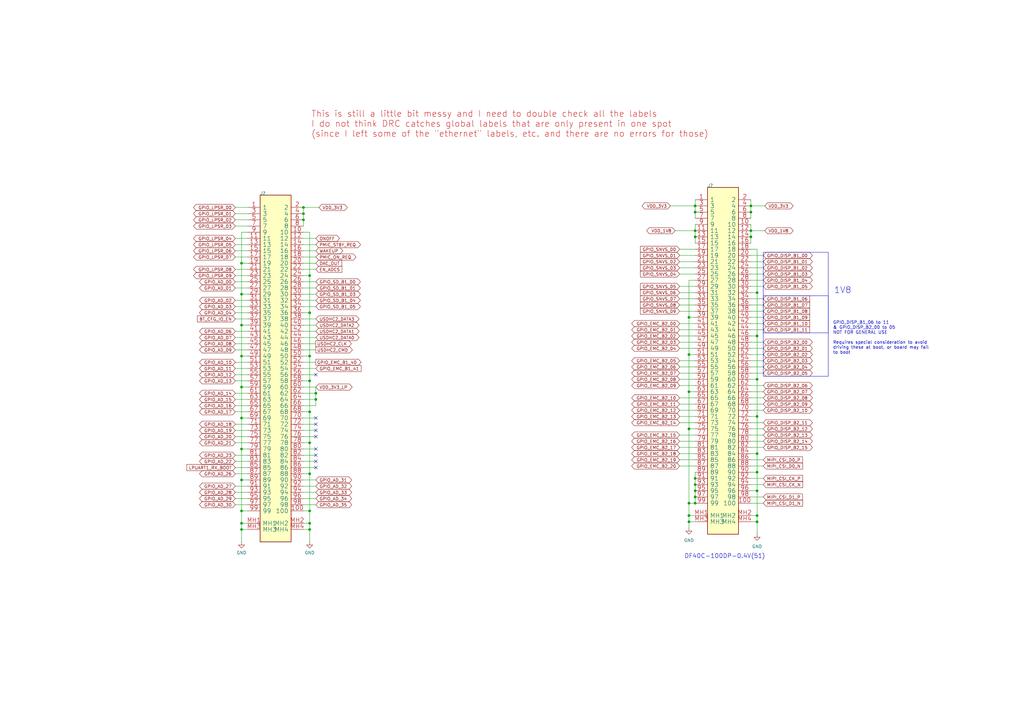
<source format=kicad_sch>
(kicad_sch (version 20230121) (generator eeschema)
  (paper "A3")
  (lib_symbols
    (symbol "adcs:DF40C-100DP-0.4V(51)" (pin_names (offset 1.016))
      (property "Reference" "J8" (at 0 0 0))
      (symbol "DF40C-100DP-0.4V(51)_0_1"
        (rectangle (start 0 0) (end 12.7 -142.24) (stroke (width 0.254)) (fill (type background)))
        (pin passive line (at -5.08 -5.08 0) (length 5.08) (name "1") (number "1"))
        (pin passive line (at 17.78 -15.24 180) (length 5.08) (name "10") (number "10"))
        (pin passive line (at 17.78 -129.54 180) (length 5.08) (name "100") (number "100"))
        (pin passive line (at -5.08 -17.78 0) (length 5.08) (name "11") (number "11"))
        (pin passive line (at 17.78 -17.78 180) (length 5.08) (name "12") (number "12"))
        (pin passive line (at -5.08 -20.32 0) (length 5.08) (name "13") (number "13"))
        (pin passive line (at 17.78 -20.32 180) (length 5.08) (name "14") (number "14"))
        (pin passive line (at -5.08 -22.86 0) (length 5.08) (name "15") (number "15"))
        (pin passive line (at 17.78 -22.86 180) (length 5.08) (name "16") (number "16"))
        (pin passive line (at -5.08 -25.4 0) (length 5.08) (name "17") (number "17"))
        (pin passive line (at 17.78 -25.4 180) (length 5.08) (name "18") (number "18"))
        (pin passive line (at -5.08 -27.94 0) (length 5.08) (name "19") (number "19"))
        (pin passive line (at 17.78 -5.08 180) (length 5.08) (name "2") (number "2"))
        (pin passive line (at 17.78 -27.94 180) (length 5.08) (name "20") (number "20"))
        (pin passive line (at -5.08 -30.48 0) (length 5.08) (name "21") (number "21"))
        (pin passive line (at 17.78 -30.48 180) (length 5.08) (name "22") (number "22"))
        (pin passive line (at -5.08 -33.02 0) (length 5.08) (name "23") (number "23"))
        (pin passive line (at 17.78 -33.02 180) (length 5.08) (name "24") (number "24"))
        (pin passive line (at -5.08 -35.56 0) (length 5.08) (name "25") (number "25"))
        (pin passive line (at 17.78 -35.56 180) (length 5.08) (name "26") (number "26"))
        (pin passive line (at -5.08 -38.1 0) (length 5.08) (name "27") (number "27"))
        (pin passive line (at 17.78 -38.1 180) (length 5.08) (name "28") (number "28"))
        (pin passive line (at -5.08 -40.64 0) (length 5.08) (name "29") (number "29"))
        (pin passive line (at -5.08 -7.62 0) (length 5.08) (name "3") (number "3"))
        (pin passive line (at 17.78 -40.64 180) (length 5.08) (name "30") (number "30"))
        (pin passive line (at -5.08 -43.18 0) (length 5.08) (name "31") (number "31"))
        (pin passive line (at 17.78 -43.18 180) (length 5.08) (name "32") (number "32"))
        (pin passive line (at -5.08 -45.72 0) (length 5.08) (name "33") (number "33"))
        (pin passive line (at 17.78 -45.72 180) (length 5.08) (name "34") (number "34"))
        (pin passive line (at -5.08 -48.26 0) (length 5.08) (name "35") (number "35"))
        (pin passive line (at 17.78 -48.26 180) (length 5.08) (name "36") (number "36"))
        (pin passive line (at -5.08 -50.8 0) (length 5.08) (name "37") (number "37"))
        (pin passive line (at 17.78 -50.8 180) (length 5.08) (name "38") (number "38"))
        (pin passive line (at -5.08 -53.34 0) (length 5.08) (name "39") (number "39"))
        (pin passive line (at 17.78 -7.62 180) (length 5.08) (name "4") (number "4"))
        (pin passive line (at 17.78 -53.34 180) (length 5.08) (name "40") (number "40"))
        (pin passive line (at -5.08 -55.88 0) (length 5.08) (name "41") (number "41"))
        (pin passive line (at 17.78 -55.88 180) (length 5.08) (name "42") (number "42"))
        (pin passive line (at -5.08 -58.42 0) (length 5.08) (name "43") (number "43"))
        (pin passive line (at 17.78 -58.42 180) (length 5.08) (name "44") (number "44"))
        (pin passive line (at -5.08 -60.96 0) (length 5.08) (name "45") (number "45"))
        (pin passive line (at 17.78 -60.96 180) (length 5.08) (name "46") (number "46"))
        (pin passive line (at -5.08 -63.5 0) (length 5.08) (name "47") (number "47"))
        (pin passive line (at 17.78 -63.5 180) (length 5.08) (name "48") (number "48"))
        (pin passive line (at -5.08 -66.04 0) (length 5.08) (name "49") (number "49"))
        (pin passive line (at -5.08 -10.16 0) (length 5.08) (name "5") (number "5"))
        (pin passive line (at 17.78 -66.04 180) (length 5.08) (name "50") (number "50"))
        (pin passive line (at -5.08 -68.58 0) (length 5.08) (name "51") (number "51"))
        (pin passive line (at 17.78 -68.58 180) (length 5.08) (name "52") (number "52"))
        (pin passive line (at -5.08 -71.12 0) (length 5.08) (name "53") (number "53"))
        (pin passive line (at 17.78 -71.12 180) (length 5.08) (name "54") (number "54"))
        (pin passive line (at -5.08 -73.66 0) (length 5.08) (name "55") (number "55"))
        (pin passive line (at 17.78 -73.66 180) (length 5.08) (name "56") (number "56"))
        (pin passive line (at -5.08 -76.2 0) (length 5.08) (name "57") (number "57"))
        (pin passive line (at 17.78 -76.2 180) (length 5.08) (name "58") (number "58"))
        (pin passive line (at -5.08 -78.74 0) (length 5.08) (name "59") (number "59"))
        (pin passive line (at 17.78 -10.16 180) (length 5.08) (name "6") (number "6"))
        (pin passive line (at 17.78 -78.74 180) (length 5.08) (name "60") (number "60"))
        (pin passive line (at -5.08 -81.28 0) (length 5.08) (name "61") (number "61"))
        (pin passive line (at 17.78 -81.28 180) (length 5.08) (name "62") (number "62"))
        (pin passive line (at -5.08 -83.82 0) (length 5.08) (name "63") (number "63"))
        (pin passive line (at 17.78 -83.82 180) (length 5.08) (name "64") (number "64"))
        (pin passive line (at -5.08 -86.36 0) (length 5.08) (name "65") (number "65"))
        (pin passive line (at 17.78 -86.36 180) (length 5.08) (name "66") (number "66"))
        (pin passive line (at -5.08 -88.9 0) (length 5.08) (name "67") (number "67"))
        (pin passive line (at 17.78 -88.9 180) (length 5.08) (name "68") (number "68"))
        (pin passive line (at -5.08 -91.44 0) (length 5.08) (name "69") (number "69"))
        (pin passive line (at -5.08 -12.7 0) (length 5.08) (name "7") (number "7"))
        (pin passive line (at 17.78 -91.44 180) (length 5.08) (name "70") (number "70"))
        (pin passive line (at -5.08 -93.98 0) (length 5.08) (name "71") (number "71"))
        (pin passive line (at 17.78 -93.98 180) (length 5.08) (name "72") (number "72"))
        (pin passive line (at -5.08 -96.52 0) (length 5.08) (name "73") (number "73"))
        (pin passive line (at 17.78 -96.52 180) (length 5.08) (name "74") (number "74"))
        (pin passive line (at -5.08 -99.06 0) (length 5.08) (name "75") (number "75"))
        (pin passive line (at 17.78 -99.06 180) (length 5.08) (name "76") (number "76"))
        (pin passive line (at -5.08 -101.6 0) (length 5.08) (name "77") (number "77"))
        (pin passive line (at 17.78 -101.6 180) (length 5.08) (name "78") (number "78"))
        (pin passive line (at -5.08 -104.14 0) (length 5.08) (name "79") (number "79"))
        (pin passive line (at 17.78 -12.7 180) (length 5.08) (name "8") (number "8"))
        (pin passive line (at 17.78 -104.14 180) (length 5.08) (name "80") (number "80"))
        (pin passive line (at -5.08 -106.68 0) (length 5.08) (name "81") (number "81"))
        (pin passive line (at 17.78 -106.68 180) (length 5.08) (name "82") (number "82"))
        (pin passive line (at -5.08 -109.22 0) (length 5.08) (name "83") (number "83"))
        (pin passive line (at 17.78 -109.22 180) (length 5.08) (name "84") (number "84"))
        (pin passive line (at -5.08 -111.76 0) (length 5.08) (name "85") (number "85"))
        (pin passive line (at 17.78 -111.76 180) (length 5.08) (name "86") (number "86"))
        (pin passive line (at -5.08 -114.3 0) (length 5.08) (name "87") (number "87"))
        (pin passive line (at 17.78 -114.3 180) (length 5.08) (name "88") (number "88"))
        (pin passive line (at -5.08 -116.84 0) (length 5.08) (name "89") (number "89"))
        (pin passive line (at -5.08 -15.24 0) (length 5.08) (name "9") (number "9"))
        (pin passive line (at 17.78 -116.84 180) (length 5.08) (name "90") (number "90"))
        (pin passive line (at -5.08 -119.38 0) (length 5.08) (name "91") (number "91"))
        (pin passive line (at 17.78 -119.38 180) (length 5.08) (name "92") (number "92"))
        (pin passive line (at -5.08 -121.92 0) (length 5.08) (name "93") (number "93"))
        (pin passive line (at 17.78 -121.92 180) (length 5.08) (name "94") (number "94"))
        (pin passive line (at -5.08 -124.46 0) (length 5.08) (name "95") (number "95"))
        (pin passive line (at 17.78 -124.46 180) (length 5.08) (name "96") (number "96"))
        (pin passive line (at -5.08 -127 0) (length 5.08) (name "97") (number "97"))
        (pin passive line (at 17.78 -127 180) (length 5.08) (name "98") (number "98"))
        (pin passive line (at -5.08 -129.54 0) (length 5.08) (name "99") (number "99"))
        (pin passive line (at -5.08 -134.62 0) (length 5.08) (name "MH1") (number "MH1"))
        (pin passive line (at 17.78 -134.62 180) (length 5.08) (name "MH2") (number "MH2"))
        (pin passive line (at -5.08 -137.16 0) (length 5.08) (name "MH3") (number "MH3"))
        (pin passive line (at 17.78 -137.16 180) (length 5.08) (name "MH4") (number "MH4"))
      )
    )
    (symbol "power:GND" (power) (pin_names (offset 0))
      (property "Value" "GND" (at 0 -3.81 0))
      (symbol "GND_0_1"
        (polyline (pts (xy 0 0) (xy 0 -1.27) (xy 1.27 -1.27) (xy 0 -2.54) (xy -1.27 -1.27) (xy 0 -1.27)))
      )
      (symbol "GND_1_1"
        (pin power_in line (at 0 0 270) (length 0) hide (name "GND") (number "1"))
      )
    )
  )
  (junction (at 127 214.63))
  (junction (at 129.54 161.29))
  (junction (at 282.575 130.175))
  (junction (at 124.46 90.17))
  (junction (at 285.115 201.295))
  (junction (at 310.515 186.055))
  (junction (at 285.115 198.755))
  (junction (at 307.975 94.615))
  (junction (at 285.115 97.155))
  (junction (at 307.975 86.995))
  (junction (at 310.515 137.795))
  (junction (at 285.115 94.615))
  (junction (at 127 209.55))
  (junction (at 282.575 213.995))
  (junction (at 127 181.61))
  (junction (at 99.06 158.75))
  (junction (at 285.115 206.375))
  (junction (at 282.575 175.895))
  (junction (at 124.46 87.63))
  (junction (at 285.115 86.995))
  (junction (at 310.515 213.995))
  (junction (at 310.515 193.675))
  (junction (at 99.06 209.55))
  (junction (at 99.06 214.63))
  (junction (at 127 113.03))
  (junction (at 99.06 146.05))
  (junction (at 127 146.05))
  (junction (at 127 128.27))
  (junction (at 285.115 203.835))
  (junction (at 282.575 206.375))
  (junction (at 99.06 120.65))
  (junction (at 282.575 145.415))
  (junction (at 99.06 217.17))
  (junction (at 285.115 196.215))
  (junction (at 127 217.17))
  (junction (at 285.115 84.455))
  (junction (at 127 194.31))
  (junction (at 124.46 85.09))
  (junction (at 99.06 133.35))
  (junction (at 282.575 211.455))
  (junction (at 129.54 163.83))
  (junction (at 282.575 160.655))
  (junction (at 127 168.91))
  (junction (at 99.06 184.15))
  (junction (at 307.975 97.155))
  (junction (at 99.06 196.85))
  (junction (at 310.515 155.575))
  (junction (at 310.515 211.455))
  (junction (at 310.515 170.815))
  (junction (at 310.515 201.295))
  (junction (at 307.975 84.455))
  (junction (at 127 156.21))
  (junction (at 99.06 171.45))
  (junction (at 310.515 120.015))
  (junction (at 99.06 107.95))
  (no_connect (at 129.54 171.45))
  (no_connect (at 129.54 184.15))
  (no_connect (at 129.54 186.69))
  (no_connect (at 129.54 176.53))
  (no_connect (at 129.54 153.67))
  (no_connect (at 129.54 173.99))
  (no_connect (at 129.54 191.77))
  (no_connect (at 129.54 189.23))
  (no_connect (at 129.54 179.07))
  (wire (pts (xy 307.975 186.055) (xy 310.515 186.055)))
  (wire (pts (xy 99.06 158.75) (xy 101.6 158.75)))
  (wire (pts (xy 282.575 145.415) (xy 282.575 160.655)))
  (wire (pts (xy 99.06 107.95) (xy 99.06 120.65)))
  (wire (pts (xy 278.765 137.795) (xy 285.115 137.795)))
  (wire (pts (xy 96.52 207.01) (xy 101.6 207.01)))
  (wire (pts (xy 310.515 186.055) (xy 310.515 193.675)))
  (wire (pts (xy 129.54 105.41) (xy 124.46 105.41)))
  (wire (pts (xy 307.975 94.615) (xy 307.975 97.155)))
  (wire (pts (xy 307.975 137.795) (xy 310.515 137.795)))
  (wire (pts (xy 127 146.05) (xy 127 156.21)))
  (wire (pts (xy 127 217.17) (xy 124.46 217.17)))
  (wire (pts (xy 278.765 168.275) (xy 285.115 168.275)))
  (wire (pts (xy 129.54 133.35) (xy 124.46 133.35)))
  (wire (pts (xy 313.055 117.475) (xy 307.975 117.475)))
  (wire (pts (xy 99.06 95.25) (xy 99.06 107.95)))
  (wire (pts (xy 307.975 198.755) (xy 313.055 198.755)))
  (wire (pts (xy 129.54 186.69) (xy 124.46 186.69)))
  (wire (pts (xy 99.06 171.45) (xy 101.6 171.45)))
  (wire (pts (xy 282.575 175.895) (xy 282.575 206.375)))
  (wire (pts (xy 124.46 87.63) (xy 124.46 90.17)))
  (wire (pts (xy 124.46 156.21) (xy 127 156.21)))
  (wire (pts (xy 99.06 133.35) (xy 101.6 133.35)))
  (wire (pts (xy 96.52 105.41) (xy 101.6 105.41)))
  (wire (pts (xy 96.52 191.77) (xy 101.6 191.77)))
  (wire (pts (xy 96.52 151.13) (xy 101.6 151.13)))
  (wire (pts (xy 129.54 173.99) (xy 124.46 173.99)))
  (wire (pts (xy 129.54 107.95) (xy 124.46 107.95)))
  (wire (pts (xy 313.055 163.195) (xy 307.975 163.195)))
  (wire (pts (xy 278.765 120.015) (xy 285.115 120.015)))
  (wire (pts (xy 313.055 142.875) (xy 307.975 142.875)))
  (wire (pts (xy 313.055 165.735) (xy 307.975 165.735)))
  (wire (pts (xy 285.115 97.155) (xy 285.115 99.695)))
  (wire (pts (xy 282.575 211.455) (xy 282.575 213.995)))
  (wire (pts (xy 313.055 160.655) (xy 307.975 160.655)))
  (wire (pts (xy 307.975 206.375) (xy 313.055 206.375)))
  (wire (pts (xy 129.54 123.19) (xy 124.46 123.19)))
  (wire (pts (xy 313.055 114.935) (xy 307.975 114.935)))
  (wire (pts (xy 96.52 123.19) (xy 101.6 123.19)))
  (wire (pts (xy 313.055 145.415) (xy 307.975 145.415)))
  (wire (pts (xy 99.06 158.75) (xy 99.06 171.45)))
  (wire (pts (xy 278.765 132.715) (xy 285.115 132.715)))
  (wire (pts (xy 127 214.63) (xy 127 217.17)))
  (wire (pts (xy 127 222.25) (xy 127 217.17)))
  (wire (pts (xy 96.52 201.93) (xy 101.6 201.93)))
  (wire (pts (xy 278.765 107.315) (xy 285.115 107.315)))
  (wire (pts (xy 101.6 107.95) (xy 99.06 107.95)))
  (wire (pts (xy 285.115 84.455) (xy 285.115 86.995)))
  (wire (pts (xy 307.975 170.815) (xy 310.515 170.815)))
  (wire (pts (xy 278.765 188.595) (xy 285.115 188.595)))
  (wire (pts (xy 129.54 102.87) (xy 124.46 102.87)))
  (wire (pts (xy 99.06 120.65) (xy 99.06 133.35)))
  (wire (pts (xy 307.975 120.015) (xy 310.515 120.015)))
  (wire (pts (xy 313.055 168.275) (xy 307.975 168.275)))
  (wire (pts (xy 129.54 166.37) (xy 124.46 166.37)))
  (wire (pts (xy 124.46 146.05) (xy 127 146.05)))
  (wire (pts (xy 285.115 203.835) (xy 285.115 206.375)))
  (wire (pts (xy 96.52 100.33) (xy 101.6 100.33)))
  (wire (pts (xy 96.52 128.27) (xy 101.6 128.27)))
  (wire (pts (xy 124.46 209.55) (xy 127 209.55)))
  (wire (pts (xy 96.52 204.47) (xy 101.6 204.47)))
  (wire (pts (xy 313.055 153.035) (xy 307.975 153.035)))
  (wire (pts (xy 313.055 132.715) (xy 307.975 132.715)))
  (wire (pts (xy 96.52 163.83) (xy 101.6 163.83)))
  (wire (pts (xy 96.52 194.31) (xy 101.6 194.31)))
  (wire (pts (xy 282.575 206.375) (xy 285.115 206.375)))
  (wire (pts (xy 129.54 115.57) (xy 124.46 115.57)))
  (wire (pts (xy 278.765 127.635) (xy 285.115 127.635)))
  (wire (pts (xy 307.975 188.595) (xy 313.055 188.595)))
  (wire (pts (xy 129.54 153.67) (xy 124.46 153.67)))
  (wire (pts (xy 285.115 160.655) (xy 282.575 160.655)))
  (wire (pts (xy 278.765 158.115) (xy 285.115 158.115)))
  (wire (pts (xy 96.52 87.63) (xy 101.6 87.63)))
  (wire (pts (xy 96.52 148.59) (xy 101.6 148.59)))
  (wire (pts (xy 278.765 117.475) (xy 285.115 117.475)))
  (wire (pts (xy 129.54 176.53) (xy 124.46 176.53)))
  (wire (pts (xy 282.575 114.935) (xy 282.575 130.175)))
  (wire (pts (xy 310.515 193.675) (xy 310.515 201.295)))
  (wire (pts (xy 129.54 158.75) (xy 129.54 161.29)))
  (wire (pts (xy 129.54 120.65) (xy 124.46 120.65)))
  (wire (pts (xy 278.765 150.495) (xy 285.115 150.495)))
  (wire (pts (xy 310.515 211.455) (xy 310.515 213.995)))
  (wire (pts (xy 124.46 128.27) (xy 127 128.27)))
  (wire (pts (xy 313.055 140.335) (xy 307.975 140.335)))
  (wire (pts (xy 96.52 102.87) (xy 101.6 102.87)))
  (wire (pts (xy 310.515 102.235) (xy 310.515 120.015)))
  (wire (pts (xy 127 128.27) (xy 127 146.05)))
  (wire (pts (xy 307.975 86.995) (xy 307.975 89.535)))
  (wire (pts (xy 127 95.25) (xy 127 113.03)))
  (wire (pts (xy 278.765 147.955) (xy 285.115 147.955)))
  (wire (pts (xy 129.54 158.75) (xy 124.46 158.75)))
  (wire (pts (xy 278.765 125.095) (xy 285.115 125.095)))
  (wire (pts (xy 285.115 86.995) (xy 285.115 89.535)))
  (wire (pts (xy 99.06 146.05) (xy 101.6 146.05)))
  (wire (pts (xy 307.975 97.155) (xy 307.975 99.695)))
  (wire (pts (xy 129.54 148.59) (xy 124.46 148.59)))
  (wire (pts (xy 96.52 125.73) (xy 101.6 125.73)))
  (wire (pts (xy 310.515 211.455) (xy 307.975 211.455)))
  (wire (pts (xy 129.54 100.33) (xy 124.46 100.33)))
  (wire (pts (xy 96.52 179.07) (xy 101.6 179.07)))
  (wire (pts (xy 278.765 163.195) (xy 285.115 163.195)))
  (wire (pts (xy 129.54 201.93) (xy 124.46 201.93)))
  (wire (pts (xy 307.975 201.295) (xy 310.515 201.295)))
  (wire (pts (xy 278.765 135.255) (xy 285.115 135.255)))
  (wire (pts (xy 278.765 191.135) (xy 285.115 191.135)))
  (wire (pts (xy 313.055 127.635) (xy 307.975 127.635)))
  (wire (pts (xy 129.54 97.79) (xy 124.46 97.79)))
  (wire (pts (xy 313.055 135.255) (xy 307.975 135.255)))
  (wire (pts (xy 313.055 175.895) (xy 307.975 175.895)))
  (wire (pts (xy 310.515 213.995) (xy 307.975 213.995)))
  (wire (pts (xy 96.52 143.51) (xy 101.6 143.51)))
  (wire (pts (xy 124.46 85.09) (xy 124.46 87.63)))
  (wire (pts (xy 313.055 112.395) (xy 307.975 112.395)))
  (wire (pts (xy 99.06 196.85) (xy 101.6 196.85)))
  (wire (pts (xy 313.055 125.095) (xy 307.975 125.095)))
  (wire (pts (xy 310.515 201.295) (xy 310.515 211.455)))
  (wire (pts (xy 99.06 222.25) (xy 99.06 217.17)))
  (wire (pts (xy 310.515 170.815) (xy 310.515 186.055)))
  (wire (pts (xy 282.575 130.175) (xy 282.575 145.415)))
  (wire (pts (xy 307.975 102.235) (xy 310.515 102.235)))
  (wire (pts (xy 276.86 94.615) (xy 285.115 94.615)))
  (wire (pts (xy 129.54 138.43) (xy 124.46 138.43)))
  (wire (pts (xy 96.52 168.91) (xy 101.6 168.91)))
  (wire (pts (xy 307.975 203.835) (xy 313.055 203.835)))
  (wire (pts (xy 278.765 104.775) (xy 285.115 104.775)))
  (wire (pts (xy 278.765 173.355) (xy 285.115 173.355)))
  (wire (pts (xy 313.055 122.555) (xy 307.975 122.555)))
  (wire (pts (xy 96.52 199.39) (xy 101.6 199.39)))
  (wire (pts (xy 313.055 104.775) (xy 307.975 104.775)))
  (wire (pts (xy 278.765 186.055) (xy 285.115 186.055)))
  (wire (pts (xy 307.975 193.675) (xy 310.515 193.675)))
  (wire (pts (xy 313.055 130.175) (xy 307.975 130.175)))
  (wire (pts (xy 99.06 184.15) (xy 101.6 184.15)))
  (wire (pts (xy 278.765 109.855) (xy 285.115 109.855)))
  (wire (pts (xy 313.055 178.435) (xy 307.975 178.435)))
  (wire (pts (xy 313.055 173.355) (xy 307.975 173.355)))
  (wire (pts (xy 313.055 147.955) (xy 307.975 147.955)))
  (wire (pts (xy 129.54 163.83) (xy 124.46 163.83)))
  (wire (pts (xy 313.055 107.315) (xy 307.975 107.315)))
  (wire (pts (xy 285.115 114.935) (xy 282.575 114.935)))
  (wire (pts (xy 99.06 209.55) (xy 99.06 214.63)))
  (wire (pts (xy 127 156.21) (xy 127 168.91)))
  (wire (pts (xy 96.52 135.89) (xy 101.6 135.89)))
  (wire (pts (xy 96.52 113.03) (xy 101.6 113.03)))
  (wire (pts (xy 285.115 92.075) (xy 285.115 94.615)))
  (wire (pts (xy 285.115 193.675) (xy 285.115 196.215)))
  (wire (pts (xy 129.54 196.85) (xy 124.46 196.85)))
  (wire (pts (xy 127 214.63) (xy 124.46 214.63)))
  (wire (pts (xy 313.055 158.115) (xy 307.975 158.115)))
  (wire (pts (xy 124.46 143.51) (xy 129.54 143.51)))
  (wire (pts (xy 282.575 175.895) (xy 285.115 175.895)))
  (wire (pts (xy 282.575 213.995) (xy 282.575 216.535)))
  (wire (pts (xy 96.52 181.61) (xy 101.6 181.61)))
  (wire (pts (xy 96.52 156.21) (xy 101.6 156.21)))
  (wire (pts (xy 124.46 194.31) (xy 127 194.31)))
  (wire (pts (xy 310.515 213.995) (xy 310.515 219.075)))
  (wire (pts (xy 127 209.55) (xy 127 214.63)))
  (wire (pts (xy 129.54 199.39) (xy 124.46 199.39)))
  (wire (pts (xy 96.52 90.17) (xy 101.6 90.17)))
  (wire (pts (xy 129.54 207.01) (xy 124.46 207.01)))
  (wire (pts (xy 96.52 153.67) (xy 101.6 153.67)))
  (wire (pts (xy 278.765 153.035) (xy 285.115 153.035)))
  (wire (pts (xy 96.52 130.81) (xy 101.6 130.81)))
  (wire (pts (xy 285.115 201.295) (xy 285.115 203.835)))
  (wire (pts (xy 96.52 118.11) (xy 101.6 118.11)))
  (wire (pts (xy 282.575 130.175) (xy 285.115 130.175)))
  (wire (pts (xy 129.54 189.23) (xy 124.46 189.23)))
  (wire (pts (xy 99.06 217.17) (xy 101.6 217.17)))
  (wire (pts (xy 307.975 155.575) (xy 310.515 155.575)))
  (wire (pts (xy 99.06 171.45) (xy 99.06 184.15)))
  (wire (pts (xy 285.115 213.995) (xy 282.575 213.995)))
  (wire (pts (xy 99.06 184.15) (xy 99.06 196.85)))
  (wire (pts (xy 99.06 209.55) (xy 101.6 209.55)))
  (wire (pts (xy 96.52 138.43) (xy 101.6 138.43)))
  (wire (pts (xy 101.6 95.25) (xy 99.06 95.25)))
  (wire (pts (xy 96.52 97.79) (xy 101.6 97.79)))
  (wire (pts (xy 285.115 94.615) (xy 285.115 97.155)))
  (wire (pts (xy 307.975 92.075) (xy 307.975 94.615)))
  (wire (pts (xy 124.46 90.17) (xy 124.46 92.71)))
  (wire (pts (xy 96.52 110.49) (xy 101.6 110.49)))
  (wire (pts (xy 129.54 151.13) (xy 124.46 151.13)))
  (wire (pts (xy 129.54 135.89) (xy 124.46 135.89)))
  (wire (pts (xy 96.52 176.53) (xy 101.6 176.53)))
  (wire (pts (xy 127 181.61) (xy 127 194.31)))
  (wire (pts (xy 124.46 181.61) (xy 127 181.61)))
  (wire (pts (xy 124.46 168.91) (xy 127 168.91)))
  (wire (pts (xy 278.765 112.395) (xy 285.115 112.395)))
  (wire (pts (xy 278.765 180.975) (xy 285.115 180.975)))
  (wire (pts (xy 99.06 214.63) (xy 101.6 214.63)))
  (wire (pts (xy 278.765 183.515) (xy 285.115 183.515)))
  (wire (pts (xy 129.54 130.81) (xy 124.46 130.81)))
  (wire (pts (xy 307.975 191.135) (xy 313.055 191.135)))
  (wire (pts (xy 124.46 110.49) (xy 129.54 110.49)))
  (wire (pts (xy 124.46 125.73) (xy 129.54 125.73)))
  (wire (pts (xy 96.52 189.23) (xy 101.6 189.23)))
  (wire (pts (xy 96.52 166.37) (xy 101.6 166.37)))
  (wire (pts (xy 307.975 84.455) (xy 307.975 86.995)))
  (wire (pts (xy 124.46 113.03) (xy 127 113.03)))
  (wire (pts (xy 129.54 118.11) (xy 124.46 118.11)))
  (wire (pts (xy 274.955 84.455) (xy 285.115 84.455)))
  (wire (pts (xy 129.54 161.29) (xy 124.46 161.29)))
  (wire (pts (xy 127 113.03) (xy 127 128.27)))
  (wire (pts (xy 129.54 171.45) (xy 124.46 171.45)))
  (wire (pts (xy 282.575 145.415) (xy 285.115 145.415)))
  (wire (pts (xy 96.52 115.57) (xy 101.6 115.57)))
  (wire (pts (xy 282.575 211.455) (xy 285.115 211.455)))
  (wire (pts (xy 278.765 142.875) (xy 285.115 142.875)))
  (wire (pts (xy 282.575 160.655) (xy 282.575 175.895)))
  (wire (pts (xy 278.765 170.815) (xy 285.115 170.815)))
  (wire (pts (xy 278.765 140.335) (xy 285.115 140.335)))
  (wire (pts (xy 285.115 196.215) (xy 285.115 198.755)))
  (wire (pts (xy 129.54 184.15) (xy 124.46 184.15)))
  (wire (pts (xy 127 168.91) (xy 127 181.61)))
  (wire (pts (xy 129.54 204.47) (xy 124.46 204.47)))
  (wire (pts (xy 127 194.31) (xy 127 209.55)))
  (wire (pts (xy 96.52 173.99) (xy 101.6 173.99)))
  (wire (pts (xy 124.46 95.25) (xy 127 95.25)))
  (wire (pts (xy 101.6 120.65) (xy 99.06 120.65)))
  (wire (pts (xy 282.575 206.375) (xy 282.575 211.455)))
  (wire (pts (xy 307.975 94.615) (xy 313.69 94.615)))
  (wire (pts (xy 313.055 180.975) (xy 307.975 180.975)))
  (wire (pts (xy 129.54 140.97) (xy 124.46 140.97)))
  (wire (pts (xy 96.52 161.29) (xy 101.6 161.29)))
  (wire (pts (xy 285.115 198.755) (xy 285.115 201.295)))
  (wire (pts (xy 313.055 150.495) (xy 307.975 150.495)))
  (wire (pts (xy 313.055 183.515) (xy 307.975 183.515)))
  (wire (pts (xy 285.115 81.915) (xy 285.115 84.455)))
  (wire (pts (xy 99.06 217.17) (xy 99.06 214.63)))
  (wire (pts (xy 96.52 186.69) (xy 101.6 186.69)))
  (wire (pts (xy 278.765 178.435) (xy 285.115 178.435)))
  (wire (pts (xy 124.46 85.09) (xy 130.81 85.09)))
  (wire (pts (xy 129.54 163.83) (xy 129.54 166.37)))
  (wire (pts (xy 313.69 84.455) (xy 307.975 84.455)))
  (wire (pts (xy 307.975 81.915) (xy 307.975 84.455)))
  (wire (pts (xy 99.06 196.85) (xy 99.06 209.55)))
  (wire (pts (xy 278.765 102.235) (xy 285.115 102.235)))
  (wire (pts (xy 278.765 122.555) (xy 285.115 122.555)))
  (wire (pts (xy 310.515 137.795) (xy 310.515 155.575)))
  (wire (pts (xy 96.52 140.97) (xy 101.6 140.97)))
  (wire (pts (xy 310.515 120.015) (xy 310.515 137.795)))
  (wire (pts (xy 310.515 155.575) (xy 310.515 170.815)))
  (wire (pts (xy 96.52 85.09) (xy 101.6 85.09)))
  (wire (pts (xy 278.765 155.575) (xy 285.115 155.575)))
  (wire (pts (xy 313.055 109.855) (xy 307.975 109.855)))
  (wire (pts (xy 129.54 191.77) (xy 124.46 191.77)))
  (wire (pts (xy 307.975 196.215) (xy 313.055 196.215)))
  (wire (pts (xy 96.52 92.71) (xy 101.6 92.71)))
  (wire (pts (xy 129.54 179.07) (xy 124.46 179.07)))
  (wire (pts (xy 99.06 133.35) (xy 99.06 146.05)))
  (wire (pts (xy 99.06 146.05) (xy 99.06 158.75)))
  (wire (pts (xy 278.765 165.735) (xy 285.115 165.735)))
  (wire (pts (xy 129.54 161.29) (xy 129.54 163.83)))
  (rectangle (start 313.055 121.285) (end 339.725 154.305))
  (rectangle (start 313.055 103.505) (end 339.725 136.525))
  (text "1V8" (at 349.25 120.65 0) (effects (font (size 2.54 2.54)) (justify right bottom)))
  (text "This is still a little bit messy and I need to double check all the labels\nI do not think DRC catches global labels that are only present in one spot \n(since I left some of the \"ethernet\" labels, etc. and there are no errors for those)" (at 127.635 56.515 0) (effects (font (size 2.54 2.54)) (justify left bottom)))
  (text "GPIO_DISP_B1_06 to 11 \n& GPIO_DISP_B2_00 to 05\nNOT FOR GENERAL USE\n\nRequires special consideration to avoid \ndriving these at boot, or board may fail \nto boot" (at 341.63 145.415 0) (effects (font (size 1.27 1.27)) (justify left bottom)))
  (text "DF40C-100DP-0.4V(51)" (at 280.67 229.235 0) (effects (font (size 1.778 1.778)) (justify left bottom)))
  (global_label "GPIO_AD_29" (shape bidirectional) (at 96.52 204.47 180) (property "Intersheetrefs" "${INTERSHEET_REFS}" (effects hide)))
  (global_label "GPIO_LPSR_06" (shape bidirectional) (at 96.52 102.87 180) (property "Intersheetrefs" "${INTERSHEET_REFS}" (effects hide)))
  (global_label "GPIO_EMC_B2_15" (shape bidirectional) (at 278.765 178.435 180) (property "Intersheetrefs" "${INTERSHEET_REFS}" (effects hide)))
  (global_label "GPIO_DISP_B1_00" (shape bidirectional) (at 313.055 104.775 0) (property "Intersheetrefs" "${INTERSHEET_REFS}" (effects hide)))
  (global_label "GPIO_AD_13" (shape bidirectional) (at 96.52 156.21 180) (property "Intersheetrefs" "${INTERSHEET_REFS}" (effects hide)))
  (global_label "GPIO_SNVS_07" (shape input) (at 278.765 122.555 180) (property "Intersheetrefs" "${INTERSHEET_REFS}" (effects hide)))
  (global_label "GPIO_SD_B1_00" (shape bidirectional) (at 129.54 115.57 0) (property "Intersheetrefs" "${INTERSHEET_REFS}" (effects hide)))
  (global_label "GPIO_AD_04" (shape bidirectional) (at 96.52 128.27 180) (property "Intersheetrefs" "${INTERSHEET_REFS}" (effects hide)))
  (global_label "GPIO_AD_12" (shape bidirectional) (at 96.52 153.67 180) (property "Intersheetrefs" "${INTERSHEET_REFS}" (effects hide)))
  (global_label "USDHC2_CLK" (shape output) (at 129.54 140.97 0) (property "Intersheetrefs" "${INTERSHEET_REFS}" (effects hide)))
  (global_label "GPIO_DISP_B2_03" (shape bidirectional) (at 313.055 147.955 0) (property "Intersheetrefs" "${INTERSHEET_REFS}" (effects hide)))
  (global_label "GPIO_AD_10" (shape bidirectional) (at 96.52 148.59 180) (property "Intersheetrefs" "${INTERSHEET_REFS}" (effects hide)))
  (global_label "WAKEUP" (shape bidirectional) (at 129.54 102.87 0) (property "Intersheetrefs" "${INTERSHEET_REFS}" (effects hide)))
  (global_label "GPIO_AD_27" (shape bidirectional) (at 96.52 199.39 180) (property "Intersheetrefs" "${INTERSHEET_REFS}" (effects hide)))
  (global_label "GPIO_SNVS_00" (shape input) (at 278.765 102.235 180) (property "Intersheetrefs" "${INTERSHEET_REFS}" (effects hide)))
  (global_label "EN_ADCS" (shape input) (at 129.54 110.49 0) (property "Intersheetrefs" "${INTERSHEET_REFS}" (effects hide)))
  (global_label "GPIO_DISP_B2_13" (shape bidirectional) (at 313.055 178.435 0) (property "Intersheetrefs" "${INTERSHEET_REFS}" (effects hide)))
  (global_label "GPIO_AD_26" (shape bidirectional) (at 96.52 194.31 180) (property "Intersheetrefs" "${INTERSHEET_REFS}" (effects hide)))
  (global_label "GPIO_DISP_B1_09" (shape input) (at 313.055 130.175 0) (property "Intersheetrefs" "${INTERSHEET_REFS}" (effects hide)))
  (global_label "GPIO_AD_22" (shape bidirectional) (at 96.52 189.23 180) (property "Intersheetrefs" "${INTERSHEET_REFS}" (effects hide)))
  (global_label "GPIO_EMC_B2_18" (shape bidirectional) (at 278.765 186.055 180) (property "Intersheetrefs" "${INTERSHEET_REFS}" (effects hide)))
  (global_label "GPIO_SD_B1_04" (shape bidirectional) (at 129.54 123.19 0) (property "Intersheetrefs" "${INTERSHEET_REFS}" (effects hide)))
  (global_label "GPIO_LPSR_08" (shape bidirectional) (at 96.52 110.49 180) (property "Intersheetrefs" "${INTERSHEET_REFS}" (effects hide)))
  (global_label "GPIO_DISP_B2_07" (shape bidirectional) (at 313.055 160.655 0) (property "Intersheetrefs" "${INTERSHEET_REFS}" (effects hide)))
  (global_label "BT_CFG_IO_EN" (shape input) (at 96.52 130.81 180) (property "Intersheetrefs" "${INTERSHEET_REFS}" (effects hide)))
  (global_label "GPIO_SD_B1_01" (shape bidirectional) (at 129.54 118.11 0) (property "Intersheetrefs" "${INTERSHEET_REFS}" (effects hide)))
  (global_label "GPIO_AD_35" (shape bidirectional) (at 129.54 207.01 0) (property "Intersheetrefs" "${INTERSHEET_REFS}" (effects hide)))
  (global_label "GPIO_EMC_B2_06" (shape bidirectional) (at 278.765 150.495 180) (property "Intersheetrefs" "${INTERSHEET_REFS}" (effects hide)))
  (global_label "GPIO_DISP_B1_04" (shape bidirectional) (at 313.055 114.935 0) (property "Intersheetrefs" "${INTERSHEET_REFS}" (effects hide)))
  (global_label "GPIO_EMC_B2_08" (shape bidirectional) (at 278.765 155.575 180) (property "Intersheetrefs" "${INTERSHEET_REFS}" (effects hide)))
  (global_label "GPIO_LPSR_03" (shape bidirectional) (at 96.52 92.71 180) (property "Intersheetrefs" "${INTERSHEET_REFS}" (effects hide)))
  (global_label "GPIO_SNVS_02" (shape input) (at 278.765 107.315 180) (property "Intersheetrefs" "${INTERSHEET_REFS}" (effects hide)))
  (global_label "GPIO_AD_28" (shape bidirectional) (at 96.52 201.93 180) (property "Intersheetrefs" "${INTERSHEET_REFS}" (effects hide)))
  (global_label "USDHC2_DATA1" (shape bidirectional) (at 129.54 135.89 0) (property "Intersheetrefs" "${INTERSHEET_REFS}" (effects hide)))
  (global_label "GPIO_EMC_B1_41" (shape input) (at 129.54 151.13 0) (property "Intersheetrefs" "${INTERSHEET_REFS}" (effects hide)))
  (global_label "GPIO_AD_02" (shape bidirectional) (at 96.52 123.19 180) (property "Intersheetrefs" "${INTERSHEET_REFS}" (effects hide)))
  (global_label "GPIO_LPSR_00" (shape bidirectional) (at 96.52 85.09 180) (property "Intersheetrefs" "${INTERSHEET_REFS}" (effects hide)))
  (global_label "GPIO_DISP_B1_10" (shape input) (at 313.055 132.715 0) (property "Intersheetrefs" "${INTERSHEET_REFS}" (effects hide)))
  (global_label "GPIO_EMC_B2_19" (shape bidirectional) (at 278.765 188.595 180) (property "Intersheetrefs" "${INTERSHEET_REFS}" (effects hide)))
  (global_label "GPIO_AD_11" (shape bidirectional) (at 96.52 151.13 180) (property "Intersheetrefs" "${INTERSHEET_REFS}" (effects hide)))
  (global_label "GPIO_AD_03" (shape bidirectional) (at 96.52 125.73 180) (property "Intersheetrefs" "${INTERSHEET_REFS}" (effects hide)))
  (global_label "VDD_3V3" (shape bidirectional) (at 130.81 85.09 0) (property "Intersheetrefs" "${INTERSHEET_REFS}" (effects hide)))
  (global_label "GPIO_EMC_B2_11" (shape bidirectional) (at 278.765 165.735 180) (property "Intersheetrefs" "${INTERSHEET_REFS}" (effects hide)))
  (global_label "PMIC_STBY_REQ" (shape bidirectional) (at 129.54 100.33 0) (property "Intersheetrefs" "${INTERSHEET_REFS}" (effects hide)))
  (global_label "GPIO_AD_31" (shape bidirectional) (at 129.54 196.85 0) (property "Intersheetrefs" "${INTERSHEET_REFS}" (effects hide)))
  (global_label "GPIO_AD_15" (shape bidirectional) (at 96.52 163.83 180) (property "Intersheetrefs" "${INTERSHEET_REFS}" (effects hide)))
  (global_label "GPIO_DISP_B2_00" (shape bidirectional) (at 313.055 140.335 0) (property "Intersheetrefs" "${INTERSHEET_REFS}" (effects hide)))
  (global_label "GPIO_DISP_B2_10" (shape bidirectional) (at 313.055 168.275 0) (property "Intersheetrefs" "${INTERSHEET_REFS}" (effects hide)))
  (global_label "GPIO_AD_17" (shape bidirectional) (at 96.52 168.91 180) (property "Intersheetrefs" "${INTERSHEET_REFS}" (effects hide)))
  (global_label "GPIO_AD_07" (shape bidirectional) (at 96.52 138.43 180) (property "Intersheetrefs" "${INTERSHEET_REFS}" (effects hide)))
  (global_label "GPIO_EMC_B2_07" (shape bidirectional) (at 278.765 153.035 180) (property "Intersheetrefs" "${INTERSHEET_REFS}" (effects hide)))
  (global_label "GPIO_LPSR_09" (shape bidirectional) (at 96.52 113.03 180) (property "Intersheetrefs" "${INTERSHEET_REFS}" (effects hide)))
  (global_label "GPIO_LPSR_05" (shape bidirectional) (at 96.52 100.33 180) (property "Intersheetrefs" "${INTERSHEET_REFS}" (effects hide)))
  (global_label "GPIO_SD_B1_05" (shape bidirectional) (at 129.54 125.73 0) (property "Intersheetrefs" "${INTERSHEET_REFS}" (effects hide)))
  (global_label "GPIO_EMC_B2_14" (shape bidirectional) (at 278.765 173.355 180) (property "Intersheetrefs" "${INTERSHEET_REFS}" (effects hide)))
  (global_label "GPIO_EMC_B2_09" (shape bidirectional) (at 278.765 158.115 180) (property "Intersheetrefs" "${INTERSHEET_REFS}" (effects hide)))
  (global_label "GPIO_AD_19" (shape bidirectional) (at 96.52 176.53 180) (property "Intersheetrefs" "${INTERSHEET_REFS}" (effects hide)))
  (global_label "GPIO_EMC_B2_03" (shape bidirectional) (at 278.765 140.335 180) (property "Intersheetrefs" "${INTERSHEET_REFS}" (effects hide)))
  (global_label "MIPI_CSI_D0_N" (shape input) (at 313.055 191.135 0) (property "Intersheetrefs" "${INTERSHEET_REFS}" (effects hide)))
  (global_label "MIPI_CSI_D0_P" (shape input) (at 313.055 188.595 0) (property "Intersheetrefs" "${INTERSHEET_REFS}" (effects hide)))
  (global_label "GPIO_EMC_B2_12" (shape bidirectional) (at 278.765 168.275 180) (property "Intersheetrefs" "${INTERSHEET_REFS}" (effects hide)))
  (global_label "USDHC2_CMD" (shape output) (at 129.54 143.51 0) (property "Intersheetrefs" "${INTERSHEET_REFS}" (effects hide)))
  (global_label "MIPI_CSI_CK_P" (shape input) (at 313.055 196.215 0) (property "Intersheetrefs" "${INTERSHEET_REFS}" (effects hide)))
  (global_label "GPIO_DISP_B2_12" (shape bidirectional) (at 313.055 175.895 0) (property "Intersheetrefs" "${INTERSHEET_REFS}" (effects hide)))
  (global_label "GPIO_AD_01" (shape bidirectional) (at 96.52 118.11 180) (property "Intersheetrefs" "${INTERSHEET_REFS}" (effects hide)))
  (global_label "GPIO_AD_00" (shape bidirectional) (at 96.52 115.57 180) (property "Intersheetrefs" "${INTERSHEET_REFS}" (effects hide)))
  (global_label "GPIO_DISP_B2_15" (shape bidirectional) (at 313.055 183.515 0) (property "Intersheetrefs" "${INTERSHEET_REFS}" (effects hide)))
  (global_label "GPIO_DISP_B2_09" (shape bidirectional) (at 313.055 165.735 0) (property "Intersheetrefs" "${INTERSHEET_REFS}" (effects hide)))
  (global_label "GPIO_AD_08" (shape bidirectional) (at 96.52 140.97 180) (property "Intersheetrefs" "${INTERSHEET_REFS}" (effects hide)))
  (global_label "GPIO_DISP_B1_01" (shape bidirectional) (at 313.055 107.315 0) (property "Intersheetrefs" "${INTERSHEET_REFS}" (effects hide)))
  (global_label "GPIO_DISP_B1_11" (shape input) (at 313.055 135.255 0) (property "Intersheetrefs" "${INTERSHEET_REFS}" (effects hide)))
  (global_label "GPIO_DISP_B2_11" (shape bidirectional) (at 313.055 173.355 0) (property "Intersheetrefs" "${INTERSHEET_REFS}" (effects hide)))
  (global_label "VDD_3V3" (shape bidirectional) (at 274.955 84.455 180) (property "Intersheetrefs" "${INTERSHEET_REFS}" (effects hide)))
  (global_label "GPIO_DISP_B1_07" (shape input) (at 313.055 125.095 0) (property "Intersheetrefs" "${INTERSHEET_REFS}" (effects hide)))
  (global_label "GPIO_SNVS_04" (shape input) (at 278.765 112.395 180) (property "Intersheetrefs" "${INTERSHEET_REFS}" (effects hide)))
  (global_label "GPIO_AD_23" (shape bidirectional) (at 96.52 186.69 180) (property "Intersheetrefs" "${INTERSHEET_REFS}" (effects hide)))
  (global_label "VDD_1V8" (shape bidirectional) (at 313.69 94.615 0) (property "Intersheetrefs" "${INTERSHEET_REFS}" (effects hide)))
  (global_label "GPIO_SNVS_03" (shape input) (at 278.765 109.855 180) (property "Intersheetrefs" "${INTERSHEET_REFS}" (effects hide)))
  (global_label "GPIO_EMC_B2_17" (shape bidirectional) (at 278.765 183.515 180) (property "Intersheetrefs" "${INTERSHEET_REFS}" (effects hide)))
  (global_label "GPIO_SNVS_06" (shape input) (at 278.765 120.015 180) (property "Intersheetrefs" "${INTERSHEET_REFS}" (effects hide)))
  (global_label "MIPI_CSI_CK_N" (shape input) (at 313.055 198.755 0) (property "Intersheetrefs" "${INTERSHEET_REFS}" (effects hide)))
  (global_label "GPIO_AD_33" (shape bidirectional) (at 129.54 201.93 0) (property "Intersheetrefs" "${INTERSHEET_REFS}" (effects hide)))
  (global_label "GPIO_LPSR_04" (shape bidirectional) (at 96.52 97.79 180) (property "Intersheetrefs" "${INTERSHEET_REFS}" (effects hide)))
  (global_label "GPIO_DISP_B2_06" (shape bidirectional) (at 313.055 158.115 0) (property "Intersheetrefs" "${INTERSHEET_REFS}" (effects hide)))
  (global_label "PMIC_ON_REQ" (shape bidirectional) (at 129.54 105.41 0) (property "Intersheetrefs" "${INTERSHEET_REFS}" (effects hide)))
  (global_label "GPIO_AD_20" (shape bidirectional) (at 96.52 179.07 180) (property "Intersheetrefs" "${INTERSHEET_REFS}" (effects hide)))
  (global_label "VDD_3V3_LP" (shape bidirectional) (at 129.54 158.75 0) (property "Intersheetrefs" "${INTERSHEET_REFS}" (effects hide)))
  (global_label "DAC_OUT" (shape input) (at 129.54 107.95 0) (property "Intersheetrefs" "${INTERSHEET_REFS}" (effects hide)))
  (global_label "GPIO_EMC_B2_10" (shape bidirectional) (at 278.765 163.195 180) (property "Intersheetrefs" "${INTERSHEET_REFS}" (effects hide)))
  (global_label "ONOFF" (shape bidirectional) (at 129.54 97.79 0) (property "Intersheetrefs" "${INTERSHEET_REFS}" (effects hide)))
  (global_label "GPIO_DISP_B1_06" (shape input) (at 313.055 122.555 0) (property "Intersheetrefs" "${INTERSHEET_REFS}" (effects hide)))
  (global_label "GPIO_AD_14" (shape bidirectional) (at 96.52 161.29 180) (property "Intersheetrefs" "${INTERSHEET_REFS}" (effects hide)))
  (global_label "GPIO_AD_32" (shape bidirectional) (at 129.54 199.39 0) (property "Intersheetrefs" "${INTERSHEET_REFS}" (effects hide)))
  (global_label "GPIO_SNVS_08" (shape input) (at 278.765 125.095 180) (property "Intersheetrefs" "${INTERSHEET_REFS}" (effects hide)))
  (global_label "MIPI_CSI_D1_P" (shape input) (at 313.055 203.835 0) (property "Intersheetrefs" "${INTERSHEET_REFS}" (effects hide)))
  (global_label "GPIO_SNVS_09" (shape input) (at 278.765 127.635 180) (property "Intersheetrefs" "${INTERSHEET_REFS}" (effects hide)))
  (global_label "GPIO_AD_30" (shape bidirectional) (at 96.52 207.01 180) (property "Intersheetrefs" "${INTERSHEET_REFS}" (effects hide)))
  (global_label "USDHC2_DATA2" (shape bidirectional) (at 129.54 133.35 0) (property "Intersheetrefs" "${INTERSHEET_REFS}" (effects hide)))
  (global_label "GPIO_DISP_B1_03" (shape bidirectional) (at 313.055 112.395 0) (property "Intersheetrefs" "${INTERSHEET_REFS}" (effects hide)))
  (global_label "GPIO_EMC_B2_20" (shape bidirectional) (at 278.765 191.135 180) (property "Intersheetrefs" "${INTERSHEET_REFS}" (effects hide)))
  (global_label "GPIO_AD_18" (shape bidirectional) (at 96.52 173.99 180) (property "Intersheetrefs" "${INTERSHEET_REFS}" (effects hide)))
  (global_label "GPIO_EMC_B2_13" (shape bidirectional) (at 278.765 170.815 180) (property "Intersheetrefs" "${INTERSHEET_REFS}" (effects hide)))
  (global_label "GPIO_DISP_B1_08" (shape input) (at 313.055 127.635 0) (property "Intersheetrefs" "${INTERSHEET_REFS}" (effects hide)))
  (global_label "GPIO_EMC_B2_02" (shape bidirectional) (at 278.765 137.795 180) (property "Intersheetrefs" "${INTERSHEET_REFS}" (effects hide)))
  (global_label "VDD_1V8" (shape bidirectional) (at 276.86 94.615 180) (property "Intersheetrefs" "${INTERSHEET_REFS}" (effects hide)))
  (global_label "GPIO_DISP_B2_01" (shape bidirectional) (at 313.055 142.875 0) (property "Intersheetrefs" "${INTERSHEET_REFS}" (effects hide)))
  (global_label "LPUART1_RX_BOOT" (shape input) (at 96.52 191.77 180) (property "Intersheetrefs" "${INTERSHEET_REFS}" (effects hide)))
  (global_label "GPIO_EMC_B2_01" (shape bidirectional) (at 278.765 135.255 180) (property "Intersheetrefs" "${INTERSHEET_REFS}" (effects hide)))
  (global_label "GPIO_LPSR_07" (shape bidirectional) (at 96.52 105.41 180) (property "Intersheetrefs" "${INTERSHEET_REFS}" (effects hide)))
  (global_label "GPIO_LPSR_02" (shape bidirectional) (at 96.52 90.17 180) (property "Intersheetrefs" "${INTERSHEET_REFS}" (effects hide)))
  (global_label "GPIO_DISP_B2_04" (shape bidirectional) (at 313.055 150.495 0) (property "Intersheetrefs" "${INTERSHEET_REFS}" (effects hide)))
  (global_label "GPIO_DISP_B2_02" (shape bidirectional) (at 313.055 145.415 0) (property "Intersheetrefs" "${INTERSHEET_REFS}" (effects hide)))
  (global_label "GPIO_AD_21" (shape bidirectional) (at 96.52 181.61 180) (property "Intersheetrefs" "${INTERSHEET_REFS}" (effects hide)))
  (global_label "GPIO_EMC_B2_04" (shape bidirectional) (at 278.765 142.875 180) (property "Intersheetrefs" "${INTERSHEET_REFS}" (effects hide)))
  (global_label "VDD_3V3" (shape bidirectional) (at 313.69 84.455 0) (property "Intersheetrefs" "${INTERSHEET_REFS}" (effects hide)))
  (global_label "GPIO_DISP_B1_05" (shape bidirectional) (at 313.055 117.475 0) (property "Intersheetrefs" "${INTERSHEET_REFS}" (effects hide)))
  (global_label "USDHC2_DATA3" (shape bidirectional) (at 129.54 130.81 0) (property "Intersheetrefs" "${INTERSHEET_REFS}" (effects hide)))
  (global_label "GPIO_SD_B1_03" (shape bidirectional) (at 129.54 120.65 0) (property "Intersheetrefs" "${INTERSHEET_REFS}" (effects hide)))
  (global_label "GPIO_EMC_B2_00" (shape bidirectional) (at 278.765 132.715 180) (property "Intersheetrefs" "${INTERSHEET_REFS}" (effects hide)))
  (global_label "GPIO_EMC_B2_16" (shape bidirectional) (at 278.765 180.975 180) (property "Intersheetrefs" "${INTERSHEET_REFS}" (effects hide)))
  (global_label "GPIO_LPSR_01" (shape bidirectional) (at 96.52 87.63 180) (property "Intersheetrefs" "${INTERSHEET_REFS}" (effects hide)))
  (global_label "GPIO_EMC_B2_05" (shape bidirectional) (at 278.765 147.955 180) (property "Intersheetrefs" "${INTERSHEET_REFS}" (effects hide)))
  (global_label "GPIO_AD_34" (shape bidirectional) (at 129.54 204.47 0) (property "Intersheetrefs" "${INTERSHEET_REFS}" (effects hide)))
  (global_label "GPIO_DISP_B2_05" (shape bidirectional) (at 313.055 153.035 0) (property "Intersheetrefs" "${INTERSHEET_REFS}" (effects hide)))
  (global_label "GPIO_SNVS_05" (shape input) (at 278.765 117.475 180) (property "Intersheetrefs" "${INTERSHEET_REFS}" (effects hide)))
  (global_label "GPIO_DISP_B2_14" (shape bidirectional) (at 313.055 180.975 0) (property "Intersheetrefs" "${INTERSHEET_REFS}" (effects hide)))
  (global_label "GPIO_AD_09" (shape bidirectional) (at 96.52 143.51 180) (property "Intersheetrefs" "${INTERSHEET_REFS}" (effects hide)))
  (global_label "GPIO_EMC_B1_40" (shape output) (at 129.54 148.59 0) (property "Intersheetrefs" "${INTERSHEET_REFS}" (effects hide)))
  (global_label "GPIO_SNVS_01" (shape input) (at 278.765 104.775 180) (property "Intersheetrefs" "${INTERSHEET_REFS}" (effects hide)))
  (global_label "MIPI_CSI_D1_N" (shape input) (at 313.055 206.375 0) (property "Intersheetrefs" "${INTERSHEET_REFS}" (effects hide)))
  (global_label "GPIO_DISP_B1_02" (shape bidirectional) (at 313.055 109.855 0) (property "Intersheetrefs" "${INTERSHEET_REFS}" (effects hide)))
  (global_label "GPIO_DISP_B2_08" (shape bidirectional) (at 313.055 163.195 0) (property "Intersheetrefs" "${INTERSHEET_REFS}" (effects hide)))
  (global_label "USDHC2_DATA0" (shape bidirectional) (at 129.54 138.43 0) (property "Intersheetrefs" "${INTERSHEET_REFS}" (effects hide)))
  (global_label "GPIO_AD_06" (shape bidirectional) (at 96.52 135.89 180) (property "Intersheetrefs" "${INTERSHEET_REFS}" (effects hide)))
  (global_label "GPIO_AD_16" (shape bidirectional) (at 96.52 166.37 180) (property "Intersheetrefs" "${INTERSHEET_REFS}" (effects hide)))
  (symbol (lib_id "power:GND") (at 99.06 222.25 0) (unit 1)
    (property "Reference" "#PWR?" (effects hide))
    (property "Value" "GND" (at 99.06 226.695 0))
    (instances (project "cpu_board" (path "" (reference "#PWR?") (unit 1)) (path "" (reference "#PWR064") (unit 1))))
  )
  (symbol (lib_id "power:GND") (at 310.515 219.075 0) (unit 1)
    (property "Reference" "#PWR?" (effects hide))
    (property "Value" "GND" (at 310.515 224.155 0))
    (instances (project "cpu_board" (path "" (reference "#PWR?") (unit 1)) (path "" (reference "#PWR067") (unit 1))))
  )
  (symbol (lib_id "power:GND") (at 282.575 216.535 0) (unit 1)
    (property "Reference" "#PWR?" (effects hide))
    (property "Value" "GND" (at 282.575 221.615 0))
    (instances (project "cpu_board" (path "" (reference "#PWR?") (unit 1)) (path "" (reference "#PWR066") (unit 1))))
  )
  (symbol (lib_id "power:GND") (at 127 222.25 0) (unit 1)
    (property "Reference" "#PWR?" (effects hide))
    (property "Value" "GND" (at 127 226.695 0))
    (instances (project "cpu_board" (path "" (reference "#PWR?") (unit 1)) (path "" (reference "#PWR065") (unit 1))))
  )
  (symbol (lib_id "adcs:DF40C-100DP-0.4V(51)") (at 106.68 80.01 0) (unit 1)
    (property "Reference" "J?" (at 106.68 80.01 0) (effects (justify left bottom)))
    (property "Value" "DF40C-100DP-0.4V(51)" (effects hide))
    (property "Footprint" "adcs:DF40C100DP04V51" (effects hide))
    (property "Description" "Hirose Board-to-Board Connector" (effects hide))
    (property "Flight" "DF40C-100DP-0.4V(51)" (effects hide))
    (property "JLCPCB P/N" "C531031" (effects hide))
    (instances (project "Coral Dev Board Micro" (path "" (reference "J?") (unit 1))) (project "08 B2B-SchDoc" (path "" (reference "J?") (unit 1))) (project "cpu_board" (path "" (reference "J?") (unit 1)) (path "" (reference "J6") (unit 1))))
  )
  (symbol (lib_id "adcs:DF40C-100DP-0.4V(51)") (at 290.195 76.835 0) (unit 1)
    (property "Reference" "J?" (at 290.195 76.835 0) (effects (justify left bottom)))
    (property "Value" "DF40C-100DP-0.4V(51)" (effects hide))
    (property "Footprint" "adcs:DF40C100DP04V51" (effects hide))
    (property "Description" "Hirose Board-to-Board Connector" (effects hide))
    (property "Flight" "DF40C-100DP-0.4V(51)" (effects hide))
    (property "JLCPCB P/N" "C531031" (effects hide))
    (instances (project "Coral Dev Board Micro" (path "" (reference "J?") (unit 1))) (project "08 B2B-SchDoc" (path "" (reference "J?") (unit 1))) (project "cpu_board" (path "" (reference "J?") (unit 1)) (path "" (reference "J7") (unit 1))))
  )
)
</source>
